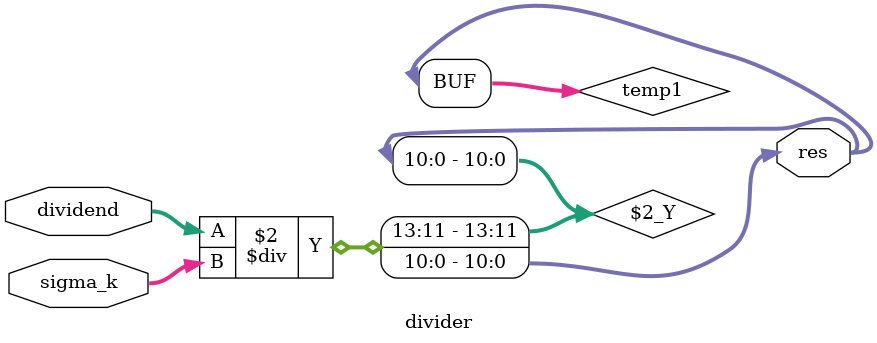
<source format=v>

`resetall
`timescale 1ns/10ps
module divider( 
  input   wire    [10:0]  dividend, //alpha_max-alpha_min 
  input   wire    [13:0]  sigma_k, //divisor
  output  wire    [10:0]  res
);


// Internal Declarations
reg [10:0] temp1;

// Instances 
always @(dividend or sigma_k) begin: al_proc
  temp1 = dividend / sigma_k;
  //temp1 <= dividend / sigma_k;
end

assign res = temp1;

endmodule

</source>
